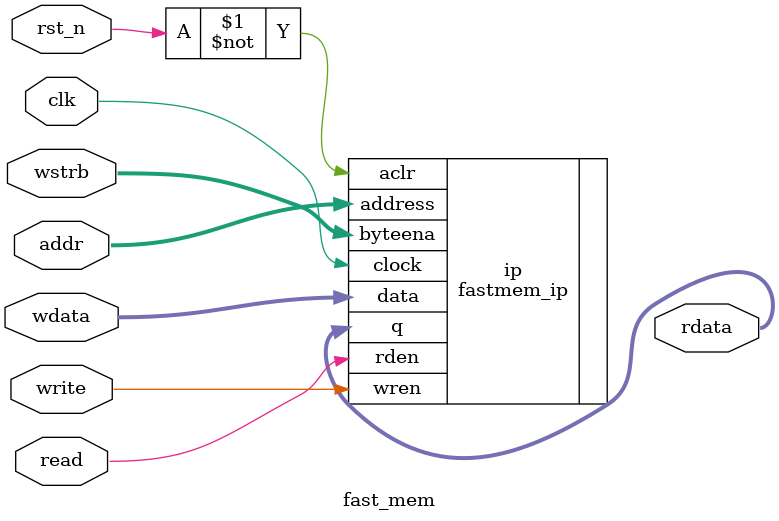
<source format=sv>

module fast_mem
   (
    input 	  rst_n,
    input 	  clk,
    input 	  write,
    input 	  read,
    input [3:0]   wstrb,
    input [10:0]  addr,
    input [31:0]  wdata,
    output [31:0] rdata
    );

   fastmem_ip ip (
		  .aclr ( ~rst_n ),
		  .address ( addr ),
		  .byteena ( wstrb ),
		  .clock ( clk ),
		  .data ( wdata ),
		  .rden ( read ),
		  .wren ( write ),
		  .q ( rdata )
		  );
endmodule // fast_mem

</source>
